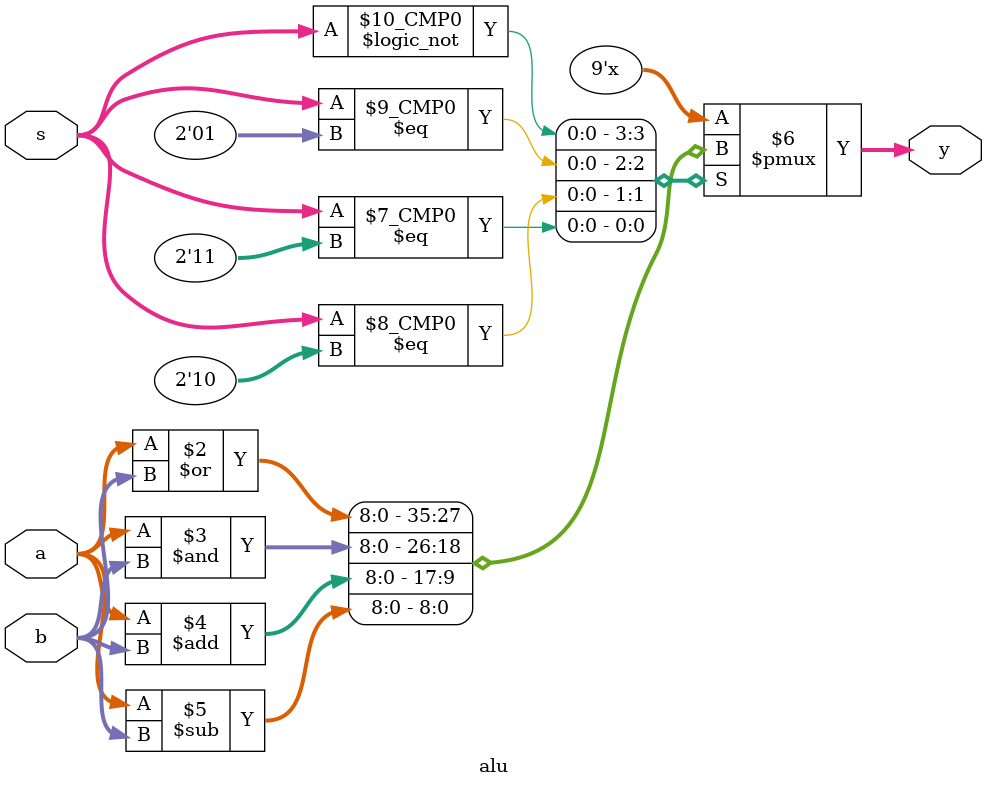
<source format=sv>
module alu (
  input logic [7:0] a, b,
  input bit [1:0] s,
  output logic  [8:0]y
);
  always_comb begin
    case (s)
      2'b00: y = a | b; // OR
      2'b01: y = a & b; // AND
      2'b10: y = a + b; // ADD
      2'b11: y = a - b; // SUB
      
    endcase
  end
endmodule

</source>
